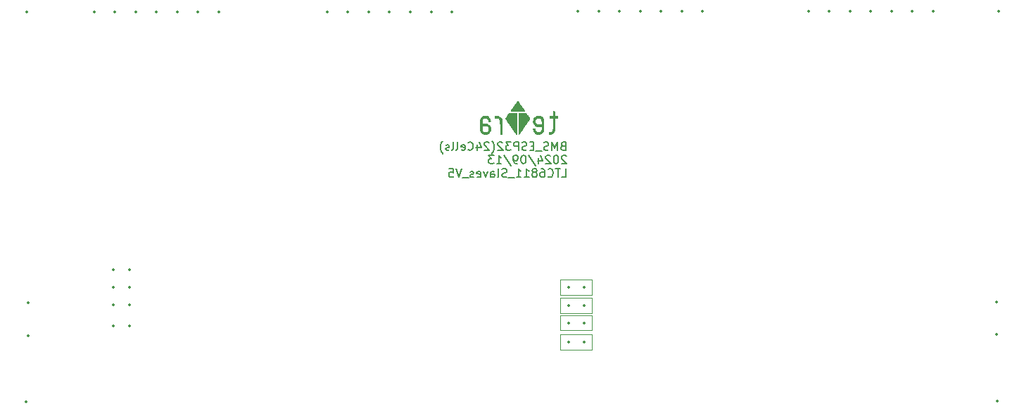
<source format=gbo>
%TF.GenerationSoftware,KiCad,Pcbnew,8.0.4*%
%TF.CreationDate,2024-09-13T16:34:39+09:00*%
%TF.ProjectId,LTC6811_ESP32_Slaves_V5,4c544336-3831-4315-9f45-535033325f53,rev?*%
%TF.SameCoordinates,Original*%
%TF.FileFunction,Legend,Bot*%
%TF.FilePolarity,Positive*%
%FSLAX46Y46*%
G04 Gerber Fmt 4.6, Leading zero omitted, Abs format (unit mm)*
G04 Created by KiCad (PCBNEW 8.0.4) date 2024-09-13 16:34:39*
%MOMM*%
%LPD*%
G01*
G04 APERTURE LIST*
%ADD10C,0.120000*%
%ADD11C,0.150000*%
%ADD12C,0.010000*%
%ADD13C,0.350000*%
G04 APERTURE END LIST*
D10*
X303300000Y-153500000D02*
X307100000Y-153500000D01*
X307100000Y-155300000D01*
X303300000Y-155300000D01*
X303300000Y-153500000D01*
X303300000Y-151300000D02*
X307100000Y-151300000D01*
X307100000Y-153100000D01*
X303300000Y-153100000D01*
X303300000Y-151300000D01*
X303300000Y-155600000D02*
X307100000Y-155600000D01*
X307100000Y-157400000D01*
X303300000Y-157400000D01*
X303300000Y-155600000D01*
X303300000Y-157900000D02*
X307100000Y-157900000D01*
X307100000Y-159700000D01*
X303300000Y-159700000D01*
X303300000Y-157900000D01*
D11*
X303629887Y-135176121D02*
X303487030Y-135223740D01*
X303487030Y-135223740D02*
X303439411Y-135271359D01*
X303439411Y-135271359D02*
X303391792Y-135366597D01*
X303391792Y-135366597D02*
X303391792Y-135509454D01*
X303391792Y-135509454D02*
X303439411Y-135604692D01*
X303439411Y-135604692D02*
X303487030Y-135652312D01*
X303487030Y-135652312D02*
X303582268Y-135699931D01*
X303582268Y-135699931D02*
X303963220Y-135699931D01*
X303963220Y-135699931D02*
X303963220Y-134699931D01*
X303963220Y-134699931D02*
X303629887Y-134699931D01*
X303629887Y-134699931D02*
X303534649Y-134747550D01*
X303534649Y-134747550D02*
X303487030Y-134795169D01*
X303487030Y-134795169D02*
X303439411Y-134890407D01*
X303439411Y-134890407D02*
X303439411Y-134985645D01*
X303439411Y-134985645D02*
X303487030Y-135080883D01*
X303487030Y-135080883D02*
X303534649Y-135128502D01*
X303534649Y-135128502D02*
X303629887Y-135176121D01*
X303629887Y-135176121D02*
X303963220Y-135176121D01*
X302963220Y-135699931D02*
X302963220Y-134699931D01*
X302963220Y-134699931D02*
X302629887Y-135414216D01*
X302629887Y-135414216D02*
X302296554Y-134699931D01*
X302296554Y-134699931D02*
X302296554Y-135699931D01*
X301867982Y-135652312D02*
X301725125Y-135699931D01*
X301725125Y-135699931D02*
X301487030Y-135699931D01*
X301487030Y-135699931D02*
X301391792Y-135652312D01*
X301391792Y-135652312D02*
X301344173Y-135604692D01*
X301344173Y-135604692D02*
X301296554Y-135509454D01*
X301296554Y-135509454D02*
X301296554Y-135414216D01*
X301296554Y-135414216D02*
X301344173Y-135318978D01*
X301344173Y-135318978D02*
X301391792Y-135271359D01*
X301391792Y-135271359D02*
X301487030Y-135223740D01*
X301487030Y-135223740D02*
X301677506Y-135176121D01*
X301677506Y-135176121D02*
X301772744Y-135128502D01*
X301772744Y-135128502D02*
X301820363Y-135080883D01*
X301820363Y-135080883D02*
X301867982Y-134985645D01*
X301867982Y-134985645D02*
X301867982Y-134890407D01*
X301867982Y-134890407D02*
X301820363Y-134795169D01*
X301820363Y-134795169D02*
X301772744Y-134747550D01*
X301772744Y-134747550D02*
X301677506Y-134699931D01*
X301677506Y-134699931D02*
X301439411Y-134699931D01*
X301439411Y-134699931D02*
X301296554Y-134747550D01*
X301106078Y-135795169D02*
X300344173Y-135795169D01*
X300106077Y-135176121D02*
X299772744Y-135176121D01*
X299629887Y-135699931D02*
X300106077Y-135699931D01*
X300106077Y-135699931D02*
X300106077Y-134699931D01*
X300106077Y-134699931D02*
X299629887Y-134699931D01*
X299248934Y-135652312D02*
X299106077Y-135699931D01*
X299106077Y-135699931D02*
X298867982Y-135699931D01*
X298867982Y-135699931D02*
X298772744Y-135652312D01*
X298772744Y-135652312D02*
X298725125Y-135604692D01*
X298725125Y-135604692D02*
X298677506Y-135509454D01*
X298677506Y-135509454D02*
X298677506Y-135414216D01*
X298677506Y-135414216D02*
X298725125Y-135318978D01*
X298725125Y-135318978D02*
X298772744Y-135271359D01*
X298772744Y-135271359D02*
X298867982Y-135223740D01*
X298867982Y-135223740D02*
X299058458Y-135176121D01*
X299058458Y-135176121D02*
X299153696Y-135128502D01*
X299153696Y-135128502D02*
X299201315Y-135080883D01*
X299201315Y-135080883D02*
X299248934Y-134985645D01*
X299248934Y-134985645D02*
X299248934Y-134890407D01*
X299248934Y-134890407D02*
X299201315Y-134795169D01*
X299201315Y-134795169D02*
X299153696Y-134747550D01*
X299153696Y-134747550D02*
X299058458Y-134699931D01*
X299058458Y-134699931D02*
X298820363Y-134699931D01*
X298820363Y-134699931D02*
X298677506Y-134747550D01*
X298248934Y-135699931D02*
X298248934Y-134699931D01*
X298248934Y-134699931D02*
X297867982Y-134699931D01*
X297867982Y-134699931D02*
X297772744Y-134747550D01*
X297772744Y-134747550D02*
X297725125Y-134795169D01*
X297725125Y-134795169D02*
X297677506Y-134890407D01*
X297677506Y-134890407D02*
X297677506Y-135033264D01*
X297677506Y-135033264D02*
X297725125Y-135128502D01*
X297725125Y-135128502D02*
X297772744Y-135176121D01*
X297772744Y-135176121D02*
X297867982Y-135223740D01*
X297867982Y-135223740D02*
X298248934Y-135223740D01*
X297344172Y-134699931D02*
X296725125Y-134699931D01*
X296725125Y-134699931D02*
X297058458Y-135080883D01*
X297058458Y-135080883D02*
X296915601Y-135080883D01*
X296915601Y-135080883D02*
X296820363Y-135128502D01*
X296820363Y-135128502D02*
X296772744Y-135176121D01*
X296772744Y-135176121D02*
X296725125Y-135271359D01*
X296725125Y-135271359D02*
X296725125Y-135509454D01*
X296725125Y-135509454D02*
X296772744Y-135604692D01*
X296772744Y-135604692D02*
X296820363Y-135652312D01*
X296820363Y-135652312D02*
X296915601Y-135699931D01*
X296915601Y-135699931D02*
X297201315Y-135699931D01*
X297201315Y-135699931D02*
X297296553Y-135652312D01*
X297296553Y-135652312D02*
X297344172Y-135604692D01*
X296344172Y-134795169D02*
X296296553Y-134747550D01*
X296296553Y-134747550D02*
X296201315Y-134699931D01*
X296201315Y-134699931D02*
X295963220Y-134699931D01*
X295963220Y-134699931D02*
X295867982Y-134747550D01*
X295867982Y-134747550D02*
X295820363Y-134795169D01*
X295820363Y-134795169D02*
X295772744Y-134890407D01*
X295772744Y-134890407D02*
X295772744Y-134985645D01*
X295772744Y-134985645D02*
X295820363Y-135128502D01*
X295820363Y-135128502D02*
X296391791Y-135699931D01*
X296391791Y-135699931D02*
X295772744Y-135699931D01*
X295058458Y-136080883D02*
X295106077Y-136033264D01*
X295106077Y-136033264D02*
X295201315Y-135890407D01*
X295201315Y-135890407D02*
X295248934Y-135795169D01*
X295248934Y-135795169D02*
X295296553Y-135652312D01*
X295296553Y-135652312D02*
X295344172Y-135414216D01*
X295344172Y-135414216D02*
X295344172Y-135223740D01*
X295344172Y-135223740D02*
X295296553Y-134985645D01*
X295296553Y-134985645D02*
X295248934Y-134842788D01*
X295248934Y-134842788D02*
X295201315Y-134747550D01*
X295201315Y-134747550D02*
X295106077Y-134604692D01*
X295106077Y-134604692D02*
X295058458Y-134557073D01*
X294725124Y-134795169D02*
X294677505Y-134747550D01*
X294677505Y-134747550D02*
X294582267Y-134699931D01*
X294582267Y-134699931D02*
X294344172Y-134699931D01*
X294344172Y-134699931D02*
X294248934Y-134747550D01*
X294248934Y-134747550D02*
X294201315Y-134795169D01*
X294201315Y-134795169D02*
X294153696Y-134890407D01*
X294153696Y-134890407D02*
X294153696Y-134985645D01*
X294153696Y-134985645D02*
X294201315Y-135128502D01*
X294201315Y-135128502D02*
X294772743Y-135699931D01*
X294772743Y-135699931D02*
X294153696Y-135699931D01*
X293296553Y-135033264D02*
X293296553Y-135699931D01*
X293534648Y-134652312D02*
X293772743Y-135366597D01*
X293772743Y-135366597D02*
X293153696Y-135366597D01*
X292201315Y-135604692D02*
X292248934Y-135652312D01*
X292248934Y-135652312D02*
X292391791Y-135699931D01*
X292391791Y-135699931D02*
X292487029Y-135699931D01*
X292487029Y-135699931D02*
X292629886Y-135652312D01*
X292629886Y-135652312D02*
X292725124Y-135557073D01*
X292725124Y-135557073D02*
X292772743Y-135461835D01*
X292772743Y-135461835D02*
X292820362Y-135271359D01*
X292820362Y-135271359D02*
X292820362Y-135128502D01*
X292820362Y-135128502D02*
X292772743Y-134938026D01*
X292772743Y-134938026D02*
X292725124Y-134842788D01*
X292725124Y-134842788D02*
X292629886Y-134747550D01*
X292629886Y-134747550D02*
X292487029Y-134699931D01*
X292487029Y-134699931D02*
X292391791Y-134699931D01*
X292391791Y-134699931D02*
X292248934Y-134747550D01*
X292248934Y-134747550D02*
X292201315Y-134795169D01*
X291391791Y-135652312D02*
X291487029Y-135699931D01*
X291487029Y-135699931D02*
X291677505Y-135699931D01*
X291677505Y-135699931D02*
X291772743Y-135652312D01*
X291772743Y-135652312D02*
X291820362Y-135557073D01*
X291820362Y-135557073D02*
X291820362Y-135176121D01*
X291820362Y-135176121D02*
X291772743Y-135080883D01*
X291772743Y-135080883D02*
X291677505Y-135033264D01*
X291677505Y-135033264D02*
X291487029Y-135033264D01*
X291487029Y-135033264D02*
X291391791Y-135080883D01*
X291391791Y-135080883D02*
X291344172Y-135176121D01*
X291344172Y-135176121D02*
X291344172Y-135271359D01*
X291344172Y-135271359D02*
X291820362Y-135366597D01*
X290772743Y-135699931D02*
X290867981Y-135652312D01*
X290867981Y-135652312D02*
X290915600Y-135557073D01*
X290915600Y-135557073D02*
X290915600Y-134699931D01*
X290248933Y-135699931D02*
X290344171Y-135652312D01*
X290344171Y-135652312D02*
X290391790Y-135557073D01*
X290391790Y-135557073D02*
X290391790Y-134699931D01*
X289915599Y-135652312D02*
X289820361Y-135699931D01*
X289820361Y-135699931D02*
X289629885Y-135699931D01*
X289629885Y-135699931D02*
X289534647Y-135652312D01*
X289534647Y-135652312D02*
X289487028Y-135557073D01*
X289487028Y-135557073D02*
X289487028Y-135509454D01*
X289487028Y-135509454D02*
X289534647Y-135414216D01*
X289534647Y-135414216D02*
X289629885Y-135366597D01*
X289629885Y-135366597D02*
X289772742Y-135366597D01*
X289772742Y-135366597D02*
X289867980Y-135318978D01*
X289867980Y-135318978D02*
X289915599Y-135223740D01*
X289915599Y-135223740D02*
X289915599Y-135176121D01*
X289915599Y-135176121D02*
X289867980Y-135080883D01*
X289867980Y-135080883D02*
X289772742Y-135033264D01*
X289772742Y-135033264D02*
X289629885Y-135033264D01*
X289629885Y-135033264D02*
X289534647Y-135080883D01*
X289153694Y-136080883D02*
X289106075Y-136033264D01*
X289106075Y-136033264D02*
X289010837Y-135890407D01*
X289010837Y-135890407D02*
X288963218Y-135795169D01*
X288963218Y-135795169D02*
X288915599Y-135652312D01*
X288915599Y-135652312D02*
X288867980Y-135414216D01*
X288867980Y-135414216D02*
X288867980Y-135223740D01*
X288867980Y-135223740D02*
X288915599Y-134985645D01*
X288915599Y-134985645D02*
X288963218Y-134842788D01*
X288963218Y-134842788D02*
X289010837Y-134747550D01*
X289010837Y-134747550D02*
X289106075Y-134604692D01*
X289106075Y-134604692D02*
X289153694Y-134557073D01*
X304010839Y-136405113D02*
X303963220Y-136357494D01*
X303963220Y-136357494D02*
X303867982Y-136309875D01*
X303867982Y-136309875D02*
X303629887Y-136309875D01*
X303629887Y-136309875D02*
X303534649Y-136357494D01*
X303534649Y-136357494D02*
X303487030Y-136405113D01*
X303487030Y-136405113D02*
X303439411Y-136500351D01*
X303439411Y-136500351D02*
X303439411Y-136595589D01*
X303439411Y-136595589D02*
X303487030Y-136738446D01*
X303487030Y-136738446D02*
X304058458Y-137309875D01*
X304058458Y-137309875D02*
X303439411Y-137309875D01*
X302820363Y-136309875D02*
X302725125Y-136309875D01*
X302725125Y-136309875D02*
X302629887Y-136357494D01*
X302629887Y-136357494D02*
X302582268Y-136405113D01*
X302582268Y-136405113D02*
X302534649Y-136500351D01*
X302534649Y-136500351D02*
X302487030Y-136690827D01*
X302487030Y-136690827D02*
X302487030Y-136928922D01*
X302487030Y-136928922D02*
X302534649Y-137119398D01*
X302534649Y-137119398D02*
X302582268Y-137214636D01*
X302582268Y-137214636D02*
X302629887Y-137262256D01*
X302629887Y-137262256D02*
X302725125Y-137309875D01*
X302725125Y-137309875D02*
X302820363Y-137309875D01*
X302820363Y-137309875D02*
X302915601Y-137262256D01*
X302915601Y-137262256D02*
X302963220Y-137214636D01*
X302963220Y-137214636D02*
X303010839Y-137119398D01*
X303010839Y-137119398D02*
X303058458Y-136928922D01*
X303058458Y-136928922D02*
X303058458Y-136690827D01*
X303058458Y-136690827D02*
X303010839Y-136500351D01*
X303010839Y-136500351D02*
X302963220Y-136405113D01*
X302963220Y-136405113D02*
X302915601Y-136357494D01*
X302915601Y-136357494D02*
X302820363Y-136309875D01*
X302106077Y-136405113D02*
X302058458Y-136357494D01*
X302058458Y-136357494D02*
X301963220Y-136309875D01*
X301963220Y-136309875D02*
X301725125Y-136309875D01*
X301725125Y-136309875D02*
X301629887Y-136357494D01*
X301629887Y-136357494D02*
X301582268Y-136405113D01*
X301582268Y-136405113D02*
X301534649Y-136500351D01*
X301534649Y-136500351D02*
X301534649Y-136595589D01*
X301534649Y-136595589D02*
X301582268Y-136738446D01*
X301582268Y-136738446D02*
X302153696Y-137309875D01*
X302153696Y-137309875D02*
X301534649Y-137309875D01*
X300677506Y-136643208D02*
X300677506Y-137309875D01*
X300915601Y-136262256D02*
X301153696Y-136976541D01*
X301153696Y-136976541D02*
X300534649Y-136976541D01*
X299439411Y-136262256D02*
X300296553Y-137547970D01*
X298915601Y-136309875D02*
X298820363Y-136309875D01*
X298820363Y-136309875D02*
X298725125Y-136357494D01*
X298725125Y-136357494D02*
X298677506Y-136405113D01*
X298677506Y-136405113D02*
X298629887Y-136500351D01*
X298629887Y-136500351D02*
X298582268Y-136690827D01*
X298582268Y-136690827D02*
X298582268Y-136928922D01*
X298582268Y-136928922D02*
X298629887Y-137119398D01*
X298629887Y-137119398D02*
X298677506Y-137214636D01*
X298677506Y-137214636D02*
X298725125Y-137262256D01*
X298725125Y-137262256D02*
X298820363Y-137309875D01*
X298820363Y-137309875D02*
X298915601Y-137309875D01*
X298915601Y-137309875D02*
X299010839Y-137262256D01*
X299010839Y-137262256D02*
X299058458Y-137214636D01*
X299058458Y-137214636D02*
X299106077Y-137119398D01*
X299106077Y-137119398D02*
X299153696Y-136928922D01*
X299153696Y-136928922D02*
X299153696Y-136690827D01*
X299153696Y-136690827D02*
X299106077Y-136500351D01*
X299106077Y-136500351D02*
X299058458Y-136405113D01*
X299058458Y-136405113D02*
X299010839Y-136357494D01*
X299010839Y-136357494D02*
X298915601Y-136309875D01*
X298106077Y-137309875D02*
X297915601Y-137309875D01*
X297915601Y-137309875D02*
X297820363Y-137262256D01*
X297820363Y-137262256D02*
X297772744Y-137214636D01*
X297772744Y-137214636D02*
X297677506Y-137071779D01*
X297677506Y-137071779D02*
X297629887Y-136881303D01*
X297629887Y-136881303D02*
X297629887Y-136500351D01*
X297629887Y-136500351D02*
X297677506Y-136405113D01*
X297677506Y-136405113D02*
X297725125Y-136357494D01*
X297725125Y-136357494D02*
X297820363Y-136309875D01*
X297820363Y-136309875D02*
X298010839Y-136309875D01*
X298010839Y-136309875D02*
X298106077Y-136357494D01*
X298106077Y-136357494D02*
X298153696Y-136405113D01*
X298153696Y-136405113D02*
X298201315Y-136500351D01*
X298201315Y-136500351D02*
X298201315Y-136738446D01*
X298201315Y-136738446D02*
X298153696Y-136833684D01*
X298153696Y-136833684D02*
X298106077Y-136881303D01*
X298106077Y-136881303D02*
X298010839Y-136928922D01*
X298010839Y-136928922D02*
X297820363Y-136928922D01*
X297820363Y-136928922D02*
X297725125Y-136881303D01*
X297725125Y-136881303D02*
X297677506Y-136833684D01*
X297677506Y-136833684D02*
X297629887Y-136738446D01*
X296487030Y-136262256D02*
X297344172Y-137547970D01*
X295629887Y-137309875D02*
X296201315Y-137309875D01*
X295915601Y-137309875D02*
X295915601Y-136309875D01*
X295915601Y-136309875D02*
X296010839Y-136452732D01*
X296010839Y-136452732D02*
X296106077Y-136547970D01*
X296106077Y-136547970D02*
X296201315Y-136595589D01*
X295296553Y-136309875D02*
X294677506Y-136309875D01*
X294677506Y-136309875D02*
X295010839Y-136690827D01*
X295010839Y-136690827D02*
X294867982Y-136690827D01*
X294867982Y-136690827D02*
X294772744Y-136738446D01*
X294772744Y-136738446D02*
X294725125Y-136786065D01*
X294725125Y-136786065D02*
X294677506Y-136881303D01*
X294677506Y-136881303D02*
X294677506Y-137119398D01*
X294677506Y-137119398D02*
X294725125Y-137214636D01*
X294725125Y-137214636D02*
X294772744Y-137262256D01*
X294772744Y-137262256D02*
X294867982Y-137309875D01*
X294867982Y-137309875D02*
X295153696Y-137309875D01*
X295153696Y-137309875D02*
X295248934Y-137262256D01*
X295248934Y-137262256D02*
X295296553Y-137214636D01*
X303487030Y-138919819D02*
X303963220Y-138919819D01*
X303963220Y-138919819D02*
X303963220Y-137919819D01*
X303296553Y-137919819D02*
X302725125Y-137919819D01*
X303010839Y-138919819D02*
X303010839Y-137919819D01*
X301820363Y-138824580D02*
X301867982Y-138872200D01*
X301867982Y-138872200D02*
X302010839Y-138919819D01*
X302010839Y-138919819D02*
X302106077Y-138919819D01*
X302106077Y-138919819D02*
X302248934Y-138872200D01*
X302248934Y-138872200D02*
X302344172Y-138776961D01*
X302344172Y-138776961D02*
X302391791Y-138681723D01*
X302391791Y-138681723D02*
X302439410Y-138491247D01*
X302439410Y-138491247D02*
X302439410Y-138348390D01*
X302439410Y-138348390D02*
X302391791Y-138157914D01*
X302391791Y-138157914D02*
X302344172Y-138062676D01*
X302344172Y-138062676D02*
X302248934Y-137967438D01*
X302248934Y-137967438D02*
X302106077Y-137919819D01*
X302106077Y-137919819D02*
X302010839Y-137919819D01*
X302010839Y-137919819D02*
X301867982Y-137967438D01*
X301867982Y-137967438D02*
X301820363Y-138015057D01*
X300963220Y-137919819D02*
X301153696Y-137919819D01*
X301153696Y-137919819D02*
X301248934Y-137967438D01*
X301248934Y-137967438D02*
X301296553Y-138015057D01*
X301296553Y-138015057D02*
X301391791Y-138157914D01*
X301391791Y-138157914D02*
X301439410Y-138348390D01*
X301439410Y-138348390D02*
X301439410Y-138729342D01*
X301439410Y-138729342D02*
X301391791Y-138824580D01*
X301391791Y-138824580D02*
X301344172Y-138872200D01*
X301344172Y-138872200D02*
X301248934Y-138919819D01*
X301248934Y-138919819D02*
X301058458Y-138919819D01*
X301058458Y-138919819D02*
X300963220Y-138872200D01*
X300963220Y-138872200D02*
X300915601Y-138824580D01*
X300915601Y-138824580D02*
X300867982Y-138729342D01*
X300867982Y-138729342D02*
X300867982Y-138491247D01*
X300867982Y-138491247D02*
X300915601Y-138396009D01*
X300915601Y-138396009D02*
X300963220Y-138348390D01*
X300963220Y-138348390D02*
X301058458Y-138300771D01*
X301058458Y-138300771D02*
X301248934Y-138300771D01*
X301248934Y-138300771D02*
X301344172Y-138348390D01*
X301344172Y-138348390D02*
X301391791Y-138396009D01*
X301391791Y-138396009D02*
X301439410Y-138491247D01*
X300296553Y-138348390D02*
X300391791Y-138300771D01*
X300391791Y-138300771D02*
X300439410Y-138253152D01*
X300439410Y-138253152D02*
X300487029Y-138157914D01*
X300487029Y-138157914D02*
X300487029Y-138110295D01*
X300487029Y-138110295D02*
X300439410Y-138015057D01*
X300439410Y-138015057D02*
X300391791Y-137967438D01*
X300391791Y-137967438D02*
X300296553Y-137919819D01*
X300296553Y-137919819D02*
X300106077Y-137919819D01*
X300106077Y-137919819D02*
X300010839Y-137967438D01*
X300010839Y-137967438D02*
X299963220Y-138015057D01*
X299963220Y-138015057D02*
X299915601Y-138110295D01*
X299915601Y-138110295D02*
X299915601Y-138157914D01*
X299915601Y-138157914D02*
X299963220Y-138253152D01*
X299963220Y-138253152D02*
X300010839Y-138300771D01*
X300010839Y-138300771D02*
X300106077Y-138348390D01*
X300106077Y-138348390D02*
X300296553Y-138348390D01*
X300296553Y-138348390D02*
X300391791Y-138396009D01*
X300391791Y-138396009D02*
X300439410Y-138443628D01*
X300439410Y-138443628D02*
X300487029Y-138538866D01*
X300487029Y-138538866D02*
X300487029Y-138729342D01*
X300487029Y-138729342D02*
X300439410Y-138824580D01*
X300439410Y-138824580D02*
X300391791Y-138872200D01*
X300391791Y-138872200D02*
X300296553Y-138919819D01*
X300296553Y-138919819D02*
X300106077Y-138919819D01*
X300106077Y-138919819D02*
X300010839Y-138872200D01*
X300010839Y-138872200D02*
X299963220Y-138824580D01*
X299963220Y-138824580D02*
X299915601Y-138729342D01*
X299915601Y-138729342D02*
X299915601Y-138538866D01*
X299915601Y-138538866D02*
X299963220Y-138443628D01*
X299963220Y-138443628D02*
X300010839Y-138396009D01*
X300010839Y-138396009D02*
X300106077Y-138348390D01*
X298963220Y-138919819D02*
X299534648Y-138919819D01*
X299248934Y-138919819D02*
X299248934Y-137919819D01*
X299248934Y-137919819D02*
X299344172Y-138062676D01*
X299344172Y-138062676D02*
X299439410Y-138157914D01*
X299439410Y-138157914D02*
X299534648Y-138205533D01*
X298010839Y-138919819D02*
X298582267Y-138919819D01*
X298296553Y-138919819D02*
X298296553Y-137919819D01*
X298296553Y-137919819D02*
X298391791Y-138062676D01*
X298391791Y-138062676D02*
X298487029Y-138157914D01*
X298487029Y-138157914D02*
X298582267Y-138205533D01*
X297820363Y-139015057D02*
X297058458Y-139015057D01*
X296867981Y-138872200D02*
X296725124Y-138919819D01*
X296725124Y-138919819D02*
X296487029Y-138919819D01*
X296487029Y-138919819D02*
X296391791Y-138872200D01*
X296391791Y-138872200D02*
X296344172Y-138824580D01*
X296344172Y-138824580D02*
X296296553Y-138729342D01*
X296296553Y-138729342D02*
X296296553Y-138634104D01*
X296296553Y-138634104D02*
X296344172Y-138538866D01*
X296344172Y-138538866D02*
X296391791Y-138491247D01*
X296391791Y-138491247D02*
X296487029Y-138443628D01*
X296487029Y-138443628D02*
X296677505Y-138396009D01*
X296677505Y-138396009D02*
X296772743Y-138348390D01*
X296772743Y-138348390D02*
X296820362Y-138300771D01*
X296820362Y-138300771D02*
X296867981Y-138205533D01*
X296867981Y-138205533D02*
X296867981Y-138110295D01*
X296867981Y-138110295D02*
X296820362Y-138015057D01*
X296820362Y-138015057D02*
X296772743Y-137967438D01*
X296772743Y-137967438D02*
X296677505Y-137919819D01*
X296677505Y-137919819D02*
X296439410Y-137919819D01*
X296439410Y-137919819D02*
X296296553Y-137967438D01*
X295725124Y-138919819D02*
X295820362Y-138872200D01*
X295820362Y-138872200D02*
X295867981Y-138776961D01*
X295867981Y-138776961D02*
X295867981Y-137919819D01*
X294915600Y-138919819D02*
X294915600Y-138396009D01*
X294915600Y-138396009D02*
X294963219Y-138300771D01*
X294963219Y-138300771D02*
X295058457Y-138253152D01*
X295058457Y-138253152D02*
X295248933Y-138253152D01*
X295248933Y-138253152D02*
X295344171Y-138300771D01*
X294915600Y-138872200D02*
X295010838Y-138919819D01*
X295010838Y-138919819D02*
X295248933Y-138919819D01*
X295248933Y-138919819D02*
X295344171Y-138872200D01*
X295344171Y-138872200D02*
X295391790Y-138776961D01*
X295391790Y-138776961D02*
X295391790Y-138681723D01*
X295391790Y-138681723D02*
X295344171Y-138586485D01*
X295344171Y-138586485D02*
X295248933Y-138538866D01*
X295248933Y-138538866D02*
X295010838Y-138538866D01*
X295010838Y-138538866D02*
X294915600Y-138491247D01*
X294534647Y-138253152D02*
X294296552Y-138919819D01*
X294296552Y-138919819D02*
X294058457Y-138253152D01*
X293296552Y-138872200D02*
X293391790Y-138919819D01*
X293391790Y-138919819D02*
X293582266Y-138919819D01*
X293582266Y-138919819D02*
X293677504Y-138872200D01*
X293677504Y-138872200D02*
X293725123Y-138776961D01*
X293725123Y-138776961D02*
X293725123Y-138396009D01*
X293725123Y-138396009D02*
X293677504Y-138300771D01*
X293677504Y-138300771D02*
X293582266Y-138253152D01*
X293582266Y-138253152D02*
X293391790Y-138253152D01*
X293391790Y-138253152D02*
X293296552Y-138300771D01*
X293296552Y-138300771D02*
X293248933Y-138396009D01*
X293248933Y-138396009D02*
X293248933Y-138491247D01*
X293248933Y-138491247D02*
X293725123Y-138586485D01*
X292867980Y-138872200D02*
X292772742Y-138919819D01*
X292772742Y-138919819D02*
X292582266Y-138919819D01*
X292582266Y-138919819D02*
X292487028Y-138872200D01*
X292487028Y-138872200D02*
X292439409Y-138776961D01*
X292439409Y-138776961D02*
X292439409Y-138729342D01*
X292439409Y-138729342D02*
X292487028Y-138634104D01*
X292487028Y-138634104D02*
X292582266Y-138586485D01*
X292582266Y-138586485D02*
X292725123Y-138586485D01*
X292725123Y-138586485D02*
X292820361Y-138538866D01*
X292820361Y-138538866D02*
X292867980Y-138443628D01*
X292867980Y-138443628D02*
X292867980Y-138396009D01*
X292867980Y-138396009D02*
X292820361Y-138300771D01*
X292820361Y-138300771D02*
X292725123Y-138253152D01*
X292725123Y-138253152D02*
X292582266Y-138253152D01*
X292582266Y-138253152D02*
X292487028Y-138300771D01*
X292248933Y-139015057D02*
X291487028Y-139015057D01*
X291391789Y-137919819D02*
X291058456Y-138919819D01*
X291058456Y-138919819D02*
X290725123Y-137919819D01*
X289915599Y-137919819D02*
X290391789Y-137919819D01*
X290391789Y-137919819D02*
X290439408Y-138396009D01*
X290439408Y-138396009D02*
X290391789Y-138348390D01*
X290391789Y-138348390D02*
X290296551Y-138300771D01*
X290296551Y-138300771D02*
X290058456Y-138300771D01*
X290058456Y-138300771D02*
X289963218Y-138348390D01*
X289963218Y-138348390D02*
X289915599Y-138396009D01*
X289915599Y-138396009D02*
X289867980Y-138491247D01*
X289867980Y-138491247D02*
X289867980Y-138729342D01*
X289867980Y-138729342D02*
X289915599Y-138824580D01*
X289915599Y-138824580D02*
X289963218Y-138872200D01*
X289963218Y-138872200D02*
X290058456Y-138919819D01*
X290058456Y-138919819D02*
X290296551Y-138919819D01*
X290296551Y-138919819D02*
X290391789Y-138872200D01*
X290391789Y-138872200D02*
X290439408Y-138824580D01*
D12*
%TO.C,LOGO2*%
X299347370Y-131460667D02*
X299362067Y-131481827D01*
X299404862Y-131543770D01*
X299444759Y-131601996D01*
X299480621Y-131654812D01*
X299511311Y-131700528D01*
X299535690Y-131737453D01*
X299552621Y-131763896D01*
X299560967Y-131778167D01*
X299566447Y-131791550D01*
X299575586Y-131833014D01*
X299576565Y-131876718D01*
X299568904Y-131914411D01*
X299568078Y-131916018D01*
X299559359Y-131929965D01*
X299541793Y-131956756D01*
X299515951Y-131995552D01*
X299482403Y-132045512D01*
X299441718Y-132105797D01*
X299394467Y-132175568D01*
X299341219Y-132253983D01*
X299282546Y-132340204D01*
X299219016Y-132433390D01*
X299151200Y-132532702D01*
X299079668Y-132637300D01*
X299004990Y-132746345D01*
X298927736Y-132858996D01*
X298900912Y-132898074D01*
X298824659Y-133009071D01*
X298751197Y-133115868D01*
X298681091Y-133217650D01*
X298614904Y-133313604D01*
X298553203Y-133402915D01*
X298496551Y-133484769D01*
X298445512Y-133558351D01*
X298400653Y-133622847D01*
X298362537Y-133677442D01*
X298331729Y-133721323D01*
X298308793Y-133753675D01*
X298294295Y-133773683D01*
X298288798Y-133780533D01*
X298288591Y-133779896D01*
X298287853Y-133767089D01*
X298287140Y-133738524D01*
X298286456Y-133695126D01*
X298285808Y-133637815D01*
X298285199Y-133567515D01*
X298284634Y-133485149D01*
X298284117Y-133391639D01*
X298283655Y-133287908D01*
X298283250Y-133174878D01*
X298282909Y-133053471D01*
X298282635Y-132924612D01*
X298282434Y-132789221D01*
X298282309Y-132648223D01*
X298282267Y-132502539D01*
X298282267Y-131224544D01*
X298302695Y-131200789D01*
X298323123Y-131177033D01*
X299150100Y-131177033D01*
X299347370Y-131460667D01*
G36*
X299347370Y-131460667D02*
G01*
X299362067Y-131481827D01*
X299404862Y-131543770D01*
X299444759Y-131601996D01*
X299480621Y-131654812D01*
X299511311Y-131700528D01*
X299535690Y-131737453D01*
X299552621Y-131763896D01*
X299560967Y-131778167D01*
X299566447Y-131791550D01*
X299575586Y-131833014D01*
X299576565Y-131876718D01*
X299568904Y-131914411D01*
X299568078Y-131916018D01*
X299559359Y-131929965D01*
X299541793Y-131956756D01*
X299515951Y-131995552D01*
X299482403Y-132045512D01*
X299441718Y-132105797D01*
X299394467Y-132175568D01*
X299341219Y-132253983D01*
X299282546Y-132340204D01*
X299219016Y-132433390D01*
X299151200Y-132532702D01*
X299079668Y-132637300D01*
X299004990Y-132746345D01*
X298927736Y-132858996D01*
X298900912Y-132898074D01*
X298824659Y-133009071D01*
X298751197Y-133115868D01*
X298681091Y-133217650D01*
X298614904Y-133313604D01*
X298553203Y-133402915D01*
X298496551Y-133484769D01*
X298445512Y-133558351D01*
X298400653Y-133622847D01*
X298362537Y-133677442D01*
X298331729Y-133721323D01*
X298308793Y-133753675D01*
X298294295Y-133773683D01*
X298288798Y-133780533D01*
X298288591Y-133779896D01*
X298287853Y-133767089D01*
X298287140Y-133738524D01*
X298286456Y-133695126D01*
X298285808Y-133637815D01*
X298285199Y-133567515D01*
X298284634Y-133485149D01*
X298284117Y-133391639D01*
X298283655Y-133287908D01*
X298283250Y-133174878D01*
X298282909Y-133053471D01*
X298282635Y-132924612D01*
X298282434Y-132789221D01*
X298282309Y-132648223D01*
X298282267Y-132502539D01*
X298282267Y-131224544D01*
X298302695Y-131200789D01*
X298323123Y-131177033D01*
X299150100Y-131177033D01*
X299347370Y-131460667D01*
G37*
X298188971Y-129784179D02*
X298191046Y-129786302D01*
X298202003Y-129800444D01*
X298221194Y-129826657D01*
X298247727Y-129863654D01*
X298280711Y-129910146D01*
X298319255Y-129964846D01*
X298362466Y-130026465D01*
X298409454Y-130093715D01*
X298459327Y-130165307D01*
X298511193Y-130239953D01*
X298564162Y-130316365D01*
X298617341Y-130393255D01*
X298669839Y-130469335D01*
X298720765Y-130543316D01*
X298769226Y-130613909D01*
X298814333Y-130679828D01*
X298855193Y-130739783D01*
X298890914Y-130792486D01*
X298920606Y-130836649D01*
X298943377Y-130870983D01*
X298958335Y-130894201D01*
X298964589Y-130905015D01*
X298964785Y-130906535D01*
X298963046Y-130908651D01*
X298957975Y-130910510D01*
X298948601Y-130912130D01*
X298933952Y-130913525D01*
X298913056Y-130914714D01*
X298884942Y-130915711D01*
X298848638Y-130916534D01*
X298803173Y-130917199D01*
X298747576Y-130917722D01*
X298680874Y-130918119D01*
X298602097Y-130918408D01*
X298510272Y-130918604D01*
X298404429Y-130918724D01*
X298283596Y-130918784D01*
X298146800Y-130918800D01*
X298088578Y-130918797D01*
X297958247Y-130918761D01*
X297843487Y-130918672D01*
X297743330Y-130918512D01*
X297656812Y-130918268D01*
X297582965Y-130917923D01*
X297520824Y-130917460D01*
X297469421Y-130916865D01*
X297427791Y-130916121D01*
X297394968Y-130915214D01*
X297369985Y-130914126D01*
X297351876Y-130912842D01*
X297339674Y-130911346D01*
X297332414Y-130909624D01*
X297329128Y-130907658D01*
X297328851Y-130905432D01*
X297330250Y-130902723D01*
X297340123Y-130886942D01*
X297358415Y-130859242D01*
X297384227Y-130820916D01*
X297416655Y-130773257D01*
X297454800Y-130717559D01*
X297497760Y-130655116D01*
X297544634Y-130587219D01*
X297594521Y-130515164D01*
X297646519Y-130440242D01*
X297699728Y-130363747D01*
X297753247Y-130286973D01*
X297806173Y-130211213D01*
X297857607Y-130137760D01*
X297906647Y-130067908D01*
X297952391Y-130002949D01*
X297993939Y-129944177D01*
X298030389Y-129892886D01*
X298060841Y-129850368D01*
X298084393Y-129817918D01*
X298100144Y-129796827D01*
X298107193Y-129788390D01*
X298127748Y-129779274D01*
X298159730Y-129776411D01*
X298188971Y-129784179D01*
G36*
X298188971Y-129784179D02*
G01*
X298191046Y-129786302D01*
X298202003Y-129800444D01*
X298221194Y-129826657D01*
X298247727Y-129863654D01*
X298280711Y-129910146D01*
X298319255Y-129964846D01*
X298362466Y-130026465D01*
X298409454Y-130093715D01*
X298459327Y-130165307D01*
X298511193Y-130239953D01*
X298564162Y-130316365D01*
X298617341Y-130393255D01*
X298669839Y-130469335D01*
X298720765Y-130543316D01*
X298769226Y-130613909D01*
X298814333Y-130679828D01*
X298855193Y-130739783D01*
X298890914Y-130792486D01*
X298920606Y-130836649D01*
X298943377Y-130870983D01*
X298958335Y-130894201D01*
X298964589Y-130905015D01*
X298964785Y-130906535D01*
X298963046Y-130908651D01*
X298957975Y-130910510D01*
X298948601Y-130912130D01*
X298933952Y-130913525D01*
X298913056Y-130914714D01*
X298884942Y-130915711D01*
X298848638Y-130916534D01*
X298803173Y-130917199D01*
X298747576Y-130917722D01*
X298680874Y-130918119D01*
X298602097Y-130918408D01*
X298510272Y-130918604D01*
X298404429Y-130918724D01*
X298283596Y-130918784D01*
X298146800Y-130918800D01*
X298088578Y-130918797D01*
X297958247Y-130918761D01*
X297843487Y-130918672D01*
X297743330Y-130918512D01*
X297656812Y-130918268D01*
X297582965Y-130917923D01*
X297520824Y-130917460D01*
X297469421Y-130916865D01*
X297427791Y-130916121D01*
X297394968Y-130915214D01*
X297369985Y-130914126D01*
X297351876Y-130912842D01*
X297339674Y-130911346D01*
X297332414Y-130909624D01*
X297329128Y-130907658D01*
X297328851Y-130905432D01*
X297330250Y-130902723D01*
X297340123Y-130886942D01*
X297358415Y-130859242D01*
X297384227Y-130820916D01*
X297416655Y-130773257D01*
X297454800Y-130717559D01*
X297497760Y-130655116D01*
X297544634Y-130587219D01*
X297594521Y-130515164D01*
X297646519Y-130440242D01*
X297699728Y-130363747D01*
X297753247Y-130286973D01*
X297806173Y-130211213D01*
X297857607Y-130137760D01*
X297906647Y-130067908D01*
X297952391Y-130002949D01*
X297993939Y-129944177D01*
X298030389Y-129892886D01*
X298060841Y-129850368D01*
X298084393Y-129817918D01*
X298100144Y-129796827D01*
X298107193Y-129788390D01*
X298127748Y-129779274D01*
X298159730Y-129776411D01*
X298188971Y-129784179D01*
G37*
X297584853Y-131181296D02*
X297677311Y-131181606D01*
X297758914Y-131182240D01*
X297828651Y-131183176D01*
X297885507Y-131184395D01*
X297928471Y-131185878D01*
X297956528Y-131187604D01*
X297968666Y-131189554D01*
X297968970Y-131189721D01*
X297982512Y-131203519D01*
X297993510Y-131224685D01*
X297994483Y-131230229D01*
X297995796Y-131248053D01*
X297996986Y-131277809D01*
X297998058Y-131319913D01*
X297999012Y-131374781D01*
X297999854Y-131442832D01*
X298000585Y-131524481D01*
X298001208Y-131620145D01*
X298001728Y-131730242D01*
X298002146Y-131855187D01*
X298002466Y-131995399D01*
X298002691Y-132151293D01*
X298002823Y-132323287D01*
X298002867Y-132511797D01*
X298002866Y-132537522D01*
X298002809Y-132681417D01*
X298002673Y-132820456D01*
X298002462Y-132953709D01*
X298002180Y-133080248D01*
X298001832Y-133199143D01*
X298001424Y-133309466D01*
X298000959Y-133410287D01*
X298000442Y-133500677D01*
X297999878Y-133579709D01*
X297999272Y-133646451D01*
X297998628Y-133699977D01*
X297997951Y-133739356D01*
X297997246Y-133763660D01*
X297996517Y-133771959D01*
X297996460Y-133771949D01*
X297990092Y-133764589D01*
X297974947Y-133744223D01*
X297951701Y-133711845D01*
X297921032Y-133668444D01*
X297883617Y-133615013D01*
X297840132Y-133552544D01*
X297791254Y-133482027D01*
X297737660Y-133404455D01*
X297680026Y-133320818D01*
X297619030Y-133232110D01*
X297555349Y-133139320D01*
X297489658Y-133043442D01*
X297422636Y-132945465D01*
X297354958Y-132846383D01*
X297287302Y-132747186D01*
X297220344Y-132648866D01*
X297154761Y-132552415D01*
X297091230Y-132458824D01*
X297030428Y-132369085D01*
X296973032Y-132284189D01*
X296919718Y-132205128D01*
X296871164Y-132132894D01*
X296828045Y-132068478D01*
X296791040Y-132012871D01*
X296760824Y-131967066D01*
X296738074Y-131932054D01*
X296723468Y-131908826D01*
X296717682Y-131898374D01*
X296711493Y-131865549D01*
X296714524Y-131815475D01*
X296731221Y-131769043D01*
X296732680Y-131766565D01*
X296743331Y-131750041D01*
X296762180Y-131721777D01*
X296788106Y-131683424D01*
X296819984Y-131636632D01*
X296856691Y-131583051D01*
X296897105Y-131524332D01*
X296940101Y-131462126D01*
X297134636Y-131181267D01*
X297543908Y-131181267D01*
X297584853Y-131181296D01*
G36*
X297584853Y-131181296D02*
G01*
X297677311Y-131181606D01*
X297758914Y-131182240D01*
X297828651Y-131183176D01*
X297885507Y-131184395D01*
X297928471Y-131185878D01*
X297956528Y-131187604D01*
X297968666Y-131189554D01*
X297968970Y-131189721D01*
X297982512Y-131203519D01*
X297993510Y-131224685D01*
X297994483Y-131230229D01*
X297995796Y-131248053D01*
X297996986Y-131277809D01*
X297998058Y-131319913D01*
X297999012Y-131374781D01*
X297999854Y-131442832D01*
X298000585Y-131524481D01*
X298001208Y-131620145D01*
X298001728Y-131730242D01*
X298002146Y-131855187D01*
X298002466Y-131995399D01*
X298002691Y-132151293D01*
X298002823Y-132323287D01*
X298002867Y-132511797D01*
X298002866Y-132537522D01*
X298002809Y-132681417D01*
X298002673Y-132820456D01*
X298002462Y-132953709D01*
X298002180Y-133080248D01*
X298001832Y-133199143D01*
X298001424Y-133309466D01*
X298000959Y-133410287D01*
X298000442Y-133500677D01*
X297999878Y-133579709D01*
X297999272Y-133646451D01*
X297998628Y-133699977D01*
X297997951Y-133739356D01*
X297997246Y-133763660D01*
X297996517Y-133771959D01*
X297996460Y-133771949D01*
X297990092Y-133764589D01*
X297974947Y-133744223D01*
X297951701Y-133711845D01*
X297921032Y-133668444D01*
X297883617Y-133615013D01*
X297840132Y-133552544D01*
X297791254Y-133482027D01*
X297737660Y-133404455D01*
X297680026Y-133320818D01*
X297619030Y-133232110D01*
X297555349Y-133139320D01*
X297489658Y-133043442D01*
X297422636Y-132945465D01*
X297354958Y-132846383D01*
X297287302Y-132747186D01*
X297220344Y-132648866D01*
X297154761Y-132552415D01*
X297091230Y-132458824D01*
X297030428Y-132369085D01*
X296973032Y-132284189D01*
X296919718Y-132205128D01*
X296871164Y-132132894D01*
X296828045Y-132068478D01*
X296791040Y-132012871D01*
X296760824Y-131967066D01*
X296738074Y-131932054D01*
X296723468Y-131908826D01*
X296717682Y-131898374D01*
X296711493Y-131865549D01*
X296714524Y-131815475D01*
X296731221Y-131769043D01*
X296732680Y-131766565D01*
X296743331Y-131750041D01*
X296762180Y-131721777D01*
X296788106Y-131683424D01*
X296819984Y-131636632D01*
X296856691Y-131583051D01*
X296897105Y-131524332D01*
X296940101Y-131462126D01*
X297134636Y-131181267D01*
X297543908Y-131181267D01*
X297584853Y-131181296D01*
G37*
X295584558Y-131547379D02*
X295591690Y-131547589D01*
X295667950Y-131551024D01*
X295731423Y-131556726D01*
X295785875Y-131565452D01*
X295835071Y-131577959D01*
X295882780Y-131595004D01*
X295932767Y-131617344D01*
X295946714Y-131624275D01*
X296032317Y-131677399D01*
X296106904Y-131743189D01*
X296170032Y-131821113D01*
X296221259Y-131910638D01*
X296260141Y-132011232D01*
X296279585Y-132074500D01*
X296282104Y-132890371D01*
X296282435Y-133009358D01*
X296282695Y-133141838D01*
X296282783Y-133258635D01*
X296282695Y-133360439D01*
X296282423Y-133447940D01*
X296281961Y-133521829D01*
X296281304Y-133582796D01*
X296280445Y-133631533D01*
X296279379Y-133668731D01*
X296278099Y-133695078D01*
X296276599Y-133711267D01*
X296274874Y-133717988D01*
X296274229Y-133718698D01*
X296263961Y-133723904D01*
X296243887Y-133727311D01*
X296211642Y-133729170D01*
X296164861Y-133729733D01*
X296149463Y-133729713D01*
X296111128Y-133729262D01*
X296085671Y-133727862D01*
X296070018Y-133725052D01*
X296061096Y-133720371D01*
X296055831Y-133713356D01*
X296054991Y-133709944D01*
X296053322Y-133690330D01*
X296051847Y-133653948D01*
X296050565Y-133600780D01*
X296049476Y-133530803D01*
X296048580Y-133443997D01*
X296047877Y-133340342D01*
X296047366Y-133219817D01*
X296047047Y-133082401D01*
X296046920Y-132928073D01*
X296046855Y-132794126D01*
X296046700Y-132673011D01*
X296046441Y-132566825D01*
X296046064Y-132474554D01*
X296045553Y-132395185D01*
X296044894Y-132327704D01*
X296044072Y-132271098D01*
X296043072Y-132224354D01*
X296041879Y-132186459D01*
X296040480Y-132156400D01*
X296038858Y-132133162D01*
X296036999Y-132115733D01*
X296034889Y-132103100D01*
X296028800Y-132078101D01*
X296000553Y-132003753D01*
X295959762Y-131937776D01*
X295908015Y-131882394D01*
X295846897Y-131839828D01*
X295821329Y-131826933D01*
X295784256Y-131812316D01*
X295744152Y-131802013D01*
X295697567Y-131795412D01*
X295641051Y-131791901D01*
X295571155Y-131790866D01*
X295519640Y-131790790D01*
X295475681Y-131789567D01*
X295444509Y-131785590D01*
X295423927Y-131777251D01*
X295411741Y-131762941D01*
X295405755Y-131741052D01*
X295403773Y-131709974D01*
X295403600Y-131668100D01*
X295403594Y-131658375D01*
X295403922Y-131619162D01*
X295406393Y-131590007D01*
X295413122Y-131569501D01*
X295426220Y-131556235D01*
X295447800Y-131548799D01*
X295479974Y-131545784D01*
X295524856Y-131545780D01*
X295584558Y-131547379D01*
G36*
X295584558Y-131547379D02*
G01*
X295591690Y-131547589D01*
X295667950Y-131551024D01*
X295731423Y-131556726D01*
X295785875Y-131565452D01*
X295835071Y-131577959D01*
X295882780Y-131595004D01*
X295932767Y-131617344D01*
X295946714Y-131624275D01*
X296032317Y-131677399D01*
X296106904Y-131743189D01*
X296170032Y-131821113D01*
X296221259Y-131910638D01*
X296260141Y-132011232D01*
X296279585Y-132074500D01*
X296282104Y-132890371D01*
X296282435Y-133009358D01*
X296282695Y-133141838D01*
X296282783Y-133258635D01*
X296282695Y-133360439D01*
X296282423Y-133447940D01*
X296281961Y-133521829D01*
X296281304Y-133582796D01*
X296280445Y-133631533D01*
X296279379Y-133668731D01*
X296278099Y-133695078D01*
X296276599Y-133711267D01*
X296274874Y-133717988D01*
X296274229Y-133718698D01*
X296263961Y-133723904D01*
X296243887Y-133727311D01*
X296211642Y-133729170D01*
X296164861Y-133729733D01*
X296149463Y-133729713D01*
X296111128Y-133729262D01*
X296085671Y-133727862D01*
X296070018Y-133725052D01*
X296061096Y-133720371D01*
X296055831Y-133713356D01*
X296054991Y-133709944D01*
X296053322Y-133690330D01*
X296051847Y-133653948D01*
X296050565Y-133600780D01*
X296049476Y-133530803D01*
X296048580Y-133443997D01*
X296047877Y-133340342D01*
X296047366Y-133219817D01*
X296047047Y-133082401D01*
X296046920Y-132928073D01*
X296046855Y-132794126D01*
X296046700Y-132673011D01*
X296046441Y-132566825D01*
X296046064Y-132474554D01*
X296045553Y-132395185D01*
X296044894Y-132327704D01*
X296044072Y-132271098D01*
X296043072Y-132224354D01*
X296041879Y-132186459D01*
X296040480Y-132156400D01*
X296038858Y-132133162D01*
X296036999Y-132115733D01*
X296034889Y-132103100D01*
X296028800Y-132078101D01*
X296000553Y-132003753D01*
X295959762Y-131937776D01*
X295908015Y-131882394D01*
X295846897Y-131839828D01*
X295821329Y-131826933D01*
X295784256Y-131812316D01*
X295744152Y-131802013D01*
X295697567Y-131795412D01*
X295641051Y-131791901D01*
X295571155Y-131790866D01*
X295519640Y-131790790D01*
X295475681Y-131789567D01*
X295444509Y-131785590D01*
X295423927Y-131777251D01*
X295411741Y-131762941D01*
X295405755Y-131741052D01*
X295403773Y-131709974D01*
X295403600Y-131668100D01*
X295403594Y-131658375D01*
X295403922Y-131619162D01*
X295406393Y-131590007D01*
X295413122Y-131569501D01*
X295426220Y-131556235D01*
X295447800Y-131548799D01*
X295479974Y-131545784D01*
X295524856Y-131545780D01*
X295584558Y-131547379D01*
G37*
X302453342Y-130950495D02*
X302479158Y-130960683D01*
X302516820Y-130978296D01*
X302537524Y-130988620D01*
X302572147Y-131007056D01*
X302600775Y-131023725D01*
X302618715Y-131035969D01*
X302642600Y-131055772D01*
X302642600Y-131553800D01*
X302781820Y-131553800D01*
X302833144Y-131553848D01*
X302876700Y-131554957D01*
X302907500Y-131558705D01*
X302927750Y-131566672D01*
X302939658Y-131580439D01*
X302945431Y-131601584D01*
X302947276Y-131631689D01*
X302947400Y-131672333D01*
X302947333Y-131709074D01*
X302945784Y-131740255D01*
X302940548Y-131762303D01*
X302929419Y-131776799D01*
X302910188Y-131785324D01*
X302880650Y-131789456D01*
X302838596Y-131790777D01*
X302781820Y-131790867D01*
X302642600Y-131790867D01*
X302642600Y-132458624D01*
X302642590Y-132522785D01*
X302642500Y-132641137D01*
X302642299Y-132744318D01*
X302641966Y-132833509D01*
X302641482Y-132909891D01*
X302640826Y-132974646D01*
X302639976Y-133028955D01*
X302638913Y-133073998D01*
X302637617Y-133110957D01*
X302636066Y-133141013D01*
X302634239Y-133165347D01*
X302632117Y-133185141D01*
X302629679Y-133201574D01*
X302627474Y-133213986D01*
X302600624Y-133324352D01*
X302563013Y-133421848D01*
X302514715Y-133506378D01*
X302455809Y-133577849D01*
X302386371Y-133636166D01*
X302306476Y-133681233D01*
X302216202Y-133712957D01*
X302215923Y-133713030D01*
X302181014Y-133720097D01*
X302139918Y-133725295D01*
X302096458Y-133728519D01*
X302054457Y-133729664D01*
X302017736Y-133728625D01*
X301990119Y-133725296D01*
X301975427Y-133719573D01*
X301970810Y-133707071D01*
X301967437Y-133681911D01*
X301965441Y-133648430D01*
X301964816Y-133610829D01*
X301965552Y-133573309D01*
X301967642Y-133540069D01*
X301971078Y-133515310D01*
X301975850Y-133503231D01*
X301980942Y-133501034D01*
X302001025Y-133496965D01*
X302031353Y-133493340D01*
X302067605Y-133490747D01*
X302092935Y-133489197D01*
X302133228Y-133484593D01*
X302165624Y-133476940D01*
X302196088Y-133465044D01*
X302217551Y-133454229D01*
X302273934Y-133413936D01*
X302320513Y-133360605D01*
X302357667Y-133293733D01*
X302385773Y-133212819D01*
X302388166Y-133203000D01*
X302390560Y-133190194D01*
X302392647Y-133174463D01*
X302394455Y-133154642D01*
X302396013Y-133129561D01*
X302397348Y-133098053D01*
X302398487Y-133058952D01*
X302399459Y-133011089D01*
X302400292Y-132953298D01*
X302401012Y-132884410D01*
X302401648Y-132803259D01*
X302402227Y-132708677D01*
X302402778Y-132599496D01*
X302403327Y-132474550D01*
X302406194Y-131790867D01*
X302220077Y-131790867D01*
X302208413Y-131790872D01*
X302145548Y-131790910D01*
X302097354Y-131790175D01*
X302061887Y-131787582D01*
X302037206Y-131782047D01*
X302021369Y-131772488D01*
X302012431Y-131757821D01*
X302008452Y-131736962D01*
X302007490Y-131708827D01*
X302007600Y-131672333D01*
X302007591Y-131666259D01*
X302007520Y-131631062D01*
X302008820Y-131604077D01*
X302013436Y-131584216D01*
X302023311Y-131570393D01*
X302040390Y-131561521D01*
X302066618Y-131556512D01*
X302103939Y-131554281D01*
X302154298Y-131553739D01*
X302219639Y-131553800D01*
X302405317Y-131553800D01*
X302407542Y-131256270D01*
X302407716Y-131233425D01*
X302408375Y-131158339D01*
X302409116Y-131098057D01*
X302410030Y-131050901D01*
X302411209Y-131015192D01*
X302412744Y-130989250D01*
X302414728Y-130971398D01*
X302417252Y-130959955D01*
X302420408Y-130953243D01*
X302424288Y-130949583D01*
X302425655Y-130948803D01*
X302436474Y-130946835D01*
X302453342Y-130950495D01*
G36*
X302453342Y-130950495D02*
G01*
X302479158Y-130960683D01*
X302516820Y-130978296D01*
X302537524Y-130988620D01*
X302572147Y-131007056D01*
X302600775Y-131023725D01*
X302618715Y-131035969D01*
X302642600Y-131055772D01*
X302642600Y-131553800D01*
X302781820Y-131553800D01*
X302833144Y-131553848D01*
X302876700Y-131554957D01*
X302907500Y-131558705D01*
X302927750Y-131566672D01*
X302939658Y-131580439D01*
X302945431Y-131601584D01*
X302947276Y-131631689D01*
X302947400Y-131672333D01*
X302947333Y-131709074D01*
X302945784Y-131740255D01*
X302940548Y-131762303D01*
X302929419Y-131776799D01*
X302910188Y-131785324D01*
X302880650Y-131789456D01*
X302838596Y-131790777D01*
X302781820Y-131790867D01*
X302642600Y-131790867D01*
X302642600Y-132458624D01*
X302642590Y-132522785D01*
X302642500Y-132641137D01*
X302642299Y-132744318D01*
X302641966Y-132833509D01*
X302641482Y-132909891D01*
X302640826Y-132974646D01*
X302639976Y-133028955D01*
X302638913Y-133073998D01*
X302637617Y-133110957D01*
X302636066Y-133141013D01*
X302634239Y-133165347D01*
X302632117Y-133185141D01*
X302629679Y-133201574D01*
X302627474Y-133213986D01*
X302600624Y-133324352D01*
X302563013Y-133421848D01*
X302514715Y-133506378D01*
X302455809Y-133577849D01*
X302386371Y-133636166D01*
X302306476Y-133681233D01*
X302216202Y-133712957D01*
X302215923Y-133713030D01*
X302181014Y-133720097D01*
X302139918Y-133725295D01*
X302096458Y-133728519D01*
X302054457Y-133729664D01*
X302017736Y-133728625D01*
X301990119Y-133725296D01*
X301975427Y-133719573D01*
X301970810Y-133707071D01*
X301967437Y-133681911D01*
X301965441Y-133648430D01*
X301964816Y-133610829D01*
X301965552Y-133573309D01*
X301967642Y-133540069D01*
X301971078Y-133515310D01*
X301975850Y-133503231D01*
X301980942Y-133501034D01*
X302001025Y-133496965D01*
X302031353Y-133493340D01*
X302067605Y-133490747D01*
X302092935Y-133489197D01*
X302133228Y-133484593D01*
X302165624Y-133476940D01*
X302196088Y-133465044D01*
X302217551Y-133454229D01*
X302273934Y-133413936D01*
X302320513Y-133360605D01*
X302357667Y-133293733D01*
X302385773Y-133212819D01*
X302388166Y-133203000D01*
X302390560Y-133190194D01*
X302392647Y-133174463D01*
X302394455Y-133154642D01*
X302396013Y-133129561D01*
X302397348Y-133098053D01*
X302398487Y-133058952D01*
X302399459Y-133011089D01*
X302400292Y-132953298D01*
X302401012Y-132884410D01*
X302401648Y-132803259D01*
X302402227Y-132708677D01*
X302402778Y-132599496D01*
X302403327Y-132474550D01*
X302406194Y-131790867D01*
X302220077Y-131790867D01*
X302208413Y-131790872D01*
X302145548Y-131790910D01*
X302097354Y-131790175D01*
X302061887Y-131787582D01*
X302037206Y-131782047D01*
X302021369Y-131772488D01*
X302012431Y-131757821D01*
X302008452Y-131736962D01*
X302007490Y-131708827D01*
X302007600Y-131672333D01*
X302007591Y-131666259D01*
X302007520Y-131631062D01*
X302008820Y-131604077D01*
X302013436Y-131584216D01*
X302023311Y-131570393D01*
X302040390Y-131561521D01*
X302066618Y-131556512D01*
X302103939Y-131554281D01*
X302154298Y-131553739D01*
X302219639Y-131553800D01*
X302405317Y-131553800D01*
X302407542Y-131256270D01*
X302407716Y-131233425D01*
X302408375Y-131158339D01*
X302409116Y-131098057D01*
X302410030Y-131050901D01*
X302411209Y-131015192D01*
X302412744Y-130989250D01*
X302414728Y-130971398D01*
X302417252Y-130959955D01*
X302420408Y-130953243D01*
X302424288Y-130949583D01*
X302425655Y-130948803D01*
X302436474Y-130946835D01*
X302453342Y-130950495D01*
G37*
X294895579Y-133174463D02*
X294894318Y-133186069D01*
X294884486Y-133254289D01*
X294870590Y-133313472D01*
X294850722Y-133370379D01*
X294822972Y-133431773D01*
X294773458Y-133514592D01*
X294710325Y-133589018D01*
X294635998Y-133652259D01*
X294552112Y-133703140D01*
X294460302Y-133740484D01*
X294362200Y-133763118D01*
X294361015Y-133763292D01*
X294256433Y-133770265D01*
X294151023Y-133761417D01*
X294048933Y-133737091D01*
X293971988Y-133706004D01*
X293889338Y-133656451D01*
X293816133Y-133594025D01*
X293753390Y-133519958D01*
X293702127Y-133435480D01*
X293663363Y-133341823D01*
X293638117Y-133240218D01*
X293636216Y-133228289D01*
X293633788Y-133209013D01*
X293631754Y-133186341D01*
X293630094Y-133158918D01*
X293628783Y-133125391D01*
X293627800Y-133084407D01*
X293627121Y-133034612D01*
X293626724Y-132974653D01*
X293626586Y-132903175D01*
X293626685Y-132818825D01*
X293626998Y-132720250D01*
X293627027Y-132713733D01*
X293870016Y-132713733D01*
X293873130Y-132969850D01*
X293874049Y-133040940D01*
X293875022Y-133099783D01*
X293876178Y-133145985D01*
X293877679Y-133181727D01*
X293879684Y-133209190D01*
X293882354Y-133230554D01*
X293885850Y-133248000D01*
X293890333Y-133263709D01*
X293895963Y-133279861D01*
X293919780Y-133330655D01*
X293953929Y-133382846D01*
X293993676Y-133429272D01*
X294034898Y-133464454D01*
X294057182Y-133477770D01*
X294094381Y-133495689D01*
X294131039Y-133509501D01*
X294154288Y-133515485D01*
X294210905Y-133523636D01*
X294273259Y-133525994D01*
X294334455Y-133522466D01*
X294387600Y-133512960D01*
X294404733Y-133507931D01*
X294473848Y-133477340D01*
X294533541Y-133433330D01*
X294583074Y-133376892D01*
X294621708Y-133309016D01*
X294648705Y-133230694D01*
X294663327Y-133142916D01*
X294663907Y-133135699D01*
X294662402Y-133057242D01*
X294647267Y-132982055D01*
X294619668Y-132912490D01*
X294580773Y-132850901D01*
X294531751Y-132799640D01*
X294473769Y-132761061D01*
X294454601Y-132751664D01*
X294428208Y-132740310D01*
X294401495Y-132731448D01*
X294372090Y-132724778D01*
X294337620Y-132719997D01*
X294295711Y-132716804D01*
X294243992Y-132714897D01*
X294180089Y-132713974D01*
X294101629Y-132713733D01*
X293870016Y-132713733D01*
X293627027Y-132713733D01*
X293627502Y-132606096D01*
X293630196Y-132049100D01*
X293653783Y-131973215D01*
X293691682Y-131873631D01*
X293741839Y-131782833D01*
X293803030Y-131704864D01*
X293875292Y-131639687D01*
X293958659Y-131587263D01*
X294053167Y-131547557D01*
X294080760Y-131538826D01*
X294105423Y-131532609D01*
X294130851Y-131528560D01*
X294161084Y-131526215D01*
X294200164Y-131525112D01*
X294252133Y-131524790D01*
X294263734Y-131524778D01*
X294312109Y-131525024D01*
X294348325Y-131526113D01*
X294376353Y-131528515D01*
X294400165Y-131532699D01*
X294423730Y-131539134D01*
X294451019Y-131548289D01*
X294541277Y-131587444D01*
X294621047Y-131638698D01*
X294689965Y-131702392D01*
X294748842Y-131779276D01*
X294798487Y-131870101D01*
X294816390Y-131913604D01*
X294832863Y-131963391D01*
X294846420Y-132014466D01*
X294856570Y-132063966D01*
X294862821Y-132109028D01*
X294864683Y-132146792D01*
X294861662Y-132174394D01*
X294853267Y-132188973D01*
X294843780Y-132192192D01*
X294819732Y-132195408D01*
X294787023Y-132197145D01*
X294749915Y-132197466D01*
X294712665Y-132196434D01*
X294679534Y-132194112D01*
X294654782Y-132190564D01*
X294642668Y-132185853D01*
X294640509Y-132182042D01*
X294634182Y-132163160D01*
X294627025Y-132133993D01*
X294620211Y-132099070D01*
X294616343Y-132078594D01*
X294592062Y-131994330D01*
X294556626Y-131922195D01*
X294510410Y-131862596D01*
X294453787Y-131815938D01*
X294387132Y-131782629D01*
X294310819Y-131763076D01*
X294286584Y-131760085D01*
X294208899Y-131760629D01*
X294134545Y-131776041D01*
X294065670Y-131805231D01*
X294004422Y-131847111D01*
X293952948Y-131900591D01*
X293913395Y-131964583D01*
X293910885Y-131969918D01*
X293894378Y-132010367D01*
X293881826Y-132053277D01*
X293872805Y-132101524D01*
X293866889Y-132157980D01*
X293863651Y-132225522D01*
X293862667Y-132307023D01*
X293862667Y-132466091D01*
X294114550Y-132470384D01*
X294141228Y-132470860D01*
X294221272Y-132472705D01*
X294287576Y-132475227D01*
X294342603Y-132478830D01*
X294388815Y-132483919D01*
X294428675Y-132490897D01*
X294464647Y-132500170D01*
X294499195Y-132512142D01*
X294534780Y-132527216D01*
X294573867Y-132545798D01*
X294605207Y-132562795D01*
X294676142Y-132613415D01*
X294741001Y-132676430D01*
X294797260Y-132748785D01*
X294842396Y-132827420D01*
X294873886Y-132909281D01*
X294878403Y-132926010D01*
X294893069Y-133005999D01*
X294899006Y-133091403D01*
X294897178Y-133135699D01*
X294895579Y-133174463D01*
G36*
X294895579Y-133174463D02*
G01*
X294894318Y-133186069D01*
X294884486Y-133254289D01*
X294870590Y-133313472D01*
X294850722Y-133370379D01*
X294822972Y-133431773D01*
X294773458Y-133514592D01*
X294710325Y-133589018D01*
X294635998Y-133652259D01*
X294552112Y-133703140D01*
X294460302Y-133740484D01*
X294362200Y-133763118D01*
X294361015Y-133763292D01*
X294256433Y-133770265D01*
X294151023Y-133761417D01*
X294048933Y-133737091D01*
X293971988Y-133706004D01*
X293889338Y-133656451D01*
X293816133Y-133594025D01*
X293753390Y-133519958D01*
X293702127Y-133435480D01*
X293663363Y-133341823D01*
X293638117Y-133240218D01*
X293636216Y-133228289D01*
X293633788Y-133209013D01*
X293631754Y-133186341D01*
X293630094Y-133158918D01*
X293628783Y-133125391D01*
X293627800Y-133084407D01*
X293627121Y-133034612D01*
X293626724Y-132974653D01*
X293626586Y-132903175D01*
X293626685Y-132818825D01*
X293626998Y-132720250D01*
X293627027Y-132713733D01*
X293870016Y-132713733D01*
X293873130Y-132969850D01*
X293874049Y-133040940D01*
X293875022Y-133099783D01*
X293876178Y-133145985D01*
X293877679Y-133181727D01*
X293879684Y-133209190D01*
X293882354Y-133230554D01*
X293885850Y-133248000D01*
X293890333Y-133263709D01*
X293895963Y-133279861D01*
X293919780Y-133330655D01*
X293953929Y-133382846D01*
X293993676Y-133429272D01*
X294034898Y-133464454D01*
X294057182Y-133477770D01*
X294094381Y-133495689D01*
X294131039Y-133509501D01*
X294154288Y-133515485D01*
X294210905Y-133523636D01*
X294273259Y-133525994D01*
X294334455Y-133522466D01*
X294387600Y-133512960D01*
X294404733Y-133507931D01*
X294473848Y-133477340D01*
X294533541Y-133433330D01*
X294583074Y-133376892D01*
X294621708Y-133309016D01*
X294648705Y-133230694D01*
X294663327Y-133142916D01*
X294663907Y-133135699D01*
X294662402Y-133057242D01*
X294647267Y-132982055D01*
X294619668Y-132912490D01*
X294580773Y-132850901D01*
X294531751Y-132799640D01*
X294473769Y-132761061D01*
X294454601Y-132751664D01*
X294428208Y-132740310D01*
X294401495Y-132731448D01*
X294372090Y-132724778D01*
X294337620Y-132719997D01*
X294295711Y-132716804D01*
X294243992Y-132714897D01*
X294180089Y-132713974D01*
X294101629Y-132713733D01*
X293870016Y-132713733D01*
X293627027Y-132713733D01*
X293627502Y-132606096D01*
X293630196Y-132049100D01*
X293653783Y-131973215D01*
X293691682Y-131873631D01*
X293741839Y-131782833D01*
X293803030Y-131704864D01*
X293875292Y-131639687D01*
X293958659Y-131587263D01*
X294053167Y-131547557D01*
X294080760Y-131538826D01*
X294105423Y-131532609D01*
X294130851Y-131528560D01*
X294161084Y-131526215D01*
X294200164Y-131525112D01*
X294252133Y-131524790D01*
X294263734Y-131524778D01*
X294312109Y-131525024D01*
X294348325Y-131526113D01*
X294376353Y-131528515D01*
X294400165Y-131532699D01*
X294423730Y-131539134D01*
X294451019Y-131548289D01*
X294541277Y-131587444D01*
X294621047Y-131638698D01*
X294689965Y-131702392D01*
X294748842Y-131779276D01*
X294798487Y-131870101D01*
X294816390Y-131913604D01*
X294832863Y-131963391D01*
X294846420Y-132014466D01*
X294856570Y-132063966D01*
X294862821Y-132109028D01*
X294864683Y-132146792D01*
X294861662Y-132174394D01*
X294853267Y-132188973D01*
X294843780Y-132192192D01*
X294819732Y-132195408D01*
X294787023Y-132197145D01*
X294749915Y-132197466D01*
X294712665Y-132196434D01*
X294679534Y-132194112D01*
X294654782Y-132190564D01*
X294642668Y-132185853D01*
X294640509Y-132182042D01*
X294634182Y-132163160D01*
X294627025Y-132133993D01*
X294620211Y-132099070D01*
X294616343Y-132078594D01*
X294592062Y-131994330D01*
X294556626Y-131922195D01*
X294510410Y-131862596D01*
X294453787Y-131815938D01*
X294387132Y-131782629D01*
X294310819Y-131763076D01*
X294286584Y-131760085D01*
X294208899Y-131760629D01*
X294134545Y-131776041D01*
X294065670Y-131805231D01*
X294004422Y-131847111D01*
X293952948Y-131900591D01*
X293913395Y-131964583D01*
X293910885Y-131969918D01*
X293894378Y-132010367D01*
X293881826Y-132053277D01*
X293872805Y-132101524D01*
X293866889Y-132157980D01*
X293863651Y-132225522D01*
X293862667Y-132307023D01*
X293862667Y-132466091D01*
X294114550Y-132470384D01*
X294141228Y-132470860D01*
X294221272Y-132472705D01*
X294287576Y-132475227D01*
X294342603Y-132478830D01*
X294388815Y-132483919D01*
X294428675Y-132490897D01*
X294464647Y-132500170D01*
X294499195Y-132512142D01*
X294534780Y-132527216D01*
X294573867Y-132545798D01*
X294605207Y-132562795D01*
X294676142Y-132613415D01*
X294741001Y-132676430D01*
X294797260Y-132748785D01*
X294842396Y-132827420D01*
X294873886Y-132909281D01*
X294878403Y-132926010D01*
X294893069Y-133005999D01*
X294899006Y-133091403D01*
X294897178Y-133135699D01*
X294895579Y-133174463D01*
G37*
X301283560Y-132654466D02*
X301283559Y-132659745D01*
X301283520Y-132771370D01*
X301283437Y-132867453D01*
X301283270Y-132949330D01*
X301282980Y-133018332D01*
X301282528Y-133075794D01*
X301281872Y-133123050D01*
X301280975Y-133161433D01*
X301279796Y-133192276D01*
X301278296Y-133216914D01*
X301276435Y-133236681D01*
X301274174Y-133252909D01*
X301271473Y-133266932D01*
X301268293Y-133280085D01*
X301264594Y-133293700D01*
X301257716Y-133317085D01*
X301218699Y-133417322D01*
X301167674Y-133506543D01*
X301105387Y-133584058D01*
X301032584Y-133649174D01*
X300950009Y-133701200D01*
X300858409Y-133739445D01*
X300758528Y-133763217D01*
X300749549Y-133764472D01*
X300701625Y-133767861D01*
X300645158Y-133767919D01*
X300586481Y-133764931D01*
X300531928Y-133759185D01*
X300487833Y-133750967D01*
X300470023Y-133745902D01*
X300414507Y-133725125D01*
X300355988Y-133697281D01*
X300301028Y-133665692D01*
X300256190Y-133633680D01*
X300221423Y-133602306D01*
X300157833Y-133528674D01*
X300105008Y-133443870D01*
X300063895Y-133349868D01*
X300035440Y-133248646D01*
X300020592Y-133142178D01*
X300019060Y-133119255D01*
X300018544Y-133087805D01*
X300022918Y-133066612D01*
X300034590Y-133053653D01*
X300055969Y-133046904D01*
X300089462Y-133044338D01*
X300137480Y-133043933D01*
X300168361Y-133044228D01*
X300206269Y-133046481D01*
X300231368Y-133051978D01*
X300246176Y-133061917D01*
X300253214Y-133077501D01*
X300255000Y-133099928D01*
X300255019Y-133101559D01*
X300257064Y-133125619D01*
X300261835Y-133158850D01*
X300268387Y-133194573D01*
X300274243Y-133220137D01*
X300302302Y-133301617D01*
X300342028Y-133372102D01*
X300392726Y-133430736D01*
X300453699Y-133476665D01*
X300524252Y-133509033D01*
X300530572Y-133511065D01*
X300589351Y-133523149D01*
X300655388Y-133526926D01*
X300721991Y-133522383D01*
X300782466Y-133509509D01*
X300787010Y-133508056D01*
X300836235Y-133486729D01*
X300884990Y-133456802D01*
X300927861Y-133422045D01*
X300959433Y-133386231D01*
X300976445Y-133359970D01*
X301001388Y-133312955D01*
X301020510Y-133262572D01*
X301034401Y-133206158D01*
X301043648Y-133141047D01*
X301048842Y-133064577D01*
X301050571Y-132974083D01*
X301050867Y-132823800D01*
X300814545Y-132823800D01*
X300767268Y-132823702D01*
X300691605Y-132822971D01*
X300630226Y-132821468D01*
X300581415Y-132819124D01*
X300543459Y-132815870D01*
X300514643Y-132811635D01*
X300448608Y-132795598D01*
X300354608Y-132759539D01*
X300269926Y-132710222D01*
X300195635Y-132648447D01*
X300132813Y-132575012D01*
X300082535Y-132490716D01*
X300059027Y-132439293D01*
X300037852Y-132381141D01*
X300024341Y-132323872D01*
X300017199Y-132261691D01*
X300015632Y-132206403D01*
X300255161Y-132206403D01*
X300258523Y-132264431D01*
X300267453Y-132312326D01*
X300275014Y-132336131D01*
X300308244Y-132408396D01*
X300353340Y-132468617D01*
X300410035Y-132516554D01*
X300478062Y-132551963D01*
X300557153Y-132574602D01*
X300588309Y-132579101D01*
X300630504Y-132582542D01*
X300684899Y-132584916D01*
X300753064Y-132586290D01*
X300836569Y-132586733D01*
X301052581Y-132586733D01*
X301048582Y-132343317D01*
X301048166Y-132319114D01*
X301046555Y-132244497D01*
X301044632Y-132184549D01*
X301042294Y-132137507D01*
X301039438Y-132101610D01*
X301035959Y-132075095D01*
X301031756Y-132056201D01*
X301025978Y-132037500D01*
X300994180Y-131959844D01*
X300953370Y-131896002D01*
X300902650Y-131845027D01*
X300841121Y-131805972D01*
X300767884Y-131777887D01*
X300753374Y-131774309D01*
X300704560Y-131767791D01*
X300648279Y-131766214D01*
X300590512Y-131769341D01*
X300537240Y-131776935D01*
X300494444Y-131788757D01*
X300490793Y-131790203D01*
X300423068Y-131826350D01*
X300364807Y-131875926D01*
X300317353Y-131937532D01*
X300282047Y-132009772D01*
X300275717Y-132029099D01*
X300264036Y-132082978D01*
X300257092Y-132143999D01*
X300255161Y-132206403D01*
X300015632Y-132206403D01*
X300015133Y-132188800D01*
X300017287Y-132121656D01*
X300028918Y-132029750D01*
X300051447Y-131944889D01*
X300085793Y-131862833D01*
X300100534Y-131834790D01*
X300155768Y-131752214D01*
X300221992Y-131681401D01*
X300297809Y-131622888D01*
X300381825Y-131577208D01*
X300472643Y-131544897D01*
X300568867Y-131526490D01*
X300669103Y-131522520D01*
X300771954Y-131533523D01*
X300876024Y-131560035D01*
X300899423Y-131568338D01*
X300985444Y-131609807D01*
X301062267Y-131665057D01*
X301129257Y-131733357D01*
X301185781Y-131813973D01*
X301231203Y-131906175D01*
X301264891Y-132009228D01*
X301264899Y-132009261D01*
X301268595Y-132024081D01*
X301271771Y-132038324D01*
X301274467Y-132053335D01*
X301276722Y-132070463D01*
X301278574Y-132091054D01*
X301280062Y-132116454D01*
X301281226Y-132148012D01*
X301282105Y-132187074D01*
X301282736Y-132234987D01*
X301283160Y-132293099D01*
X301283416Y-132362755D01*
X301283542Y-132445304D01*
X301283577Y-132542092D01*
X301283570Y-132586733D01*
X301283560Y-132654466D01*
G36*
X301283560Y-132654466D02*
G01*
X301283559Y-132659745D01*
X301283520Y-132771370D01*
X301283437Y-132867453D01*
X301283270Y-132949330D01*
X301282980Y-133018332D01*
X301282528Y-133075794D01*
X301281872Y-133123050D01*
X301280975Y-133161433D01*
X301279796Y-133192276D01*
X301278296Y-133216914D01*
X301276435Y-133236681D01*
X301274174Y-133252909D01*
X301271473Y-133266932D01*
X301268293Y-133280085D01*
X301264594Y-133293700D01*
X301257716Y-133317085D01*
X301218699Y-133417322D01*
X301167674Y-133506543D01*
X301105387Y-133584058D01*
X301032584Y-133649174D01*
X300950009Y-133701200D01*
X300858409Y-133739445D01*
X300758528Y-133763217D01*
X300749549Y-133764472D01*
X300701625Y-133767861D01*
X300645158Y-133767919D01*
X300586481Y-133764931D01*
X300531928Y-133759185D01*
X300487833Y-133750967D01*
X300470023Y-133745902D01*
X300414507Y-133725125D01*
X300355988Y-133697281D01*
X300301028Y-133665692D01*
X300256190Y-133633680D01*
X300221423Y-133602306D01*
X300157833Y-133528674D01*
X300105008Y-133443870D01*
X300063895Y-133349868D01*
X300035440Y-133248646D01*
X300020592Y-133142178D01*
X300019060Y-133119255D01*
X300018544Y-133087805D01*
X300022918Y-133066612D01*
X300034590Y-133053653D01*
X300055969Y-133046904D01*
X300089462Y-133044338D01*
X300137480Y-133043933D01*
X300168361Y-133044228D01*
X300206269Y-133046481D01*
X300231368Y-133051978D01*
X300246176Y-133061917D01*
X300253214Y-133077501D01*
X300255000Y-133099928D01*
X300255019Y-133101559D01*
X300257064Y-133125619D01*
X300261835Y-133158850D01*
X300268387Y-133194573D01*
X300274243Y-133220137D01*
X300302302Y-133301617D01*
X300342028Y-133372102D01*
X300392726Y-133430736D01*
X300453699Y-133476665D01*
X300524252Y-133509033D01*
X300530572Y-133511065D01*
X300589351Y-133523149D01*
X300655388Y-133526926D01*
X300721991Y-133522383D01*
X300782466Y-133509509D01*
X300787010Y-133508056D01*
X300836235Y-133486729D01*
X300884990Y-133456802D01*
X300927861Y-133422045D01*
X300959433Y-133386231D01*
X300976445Y-133359970D01*
X301001388Y-133312955D01*
X301020510Y-133262572D01*
X301034401Y-133206158D01*
X301043648Y-133141047D01*
X301048842Y-133064577D01*
X301050571Y-132974083D01*
X301050867Y-132823800D01*
X300814545Y-132823800D01*
X300767268Y-132823702D01*
X300691605Y-132822971D01*
X300630226Y-132821468D01*
X300581415Y-132819124D01*
X300543459Y-132815870D01*
X300514643Y-132811635D01*
X300448608Y-132795598D01*
X300354608Y-132759539D01*
X300269926Y-132710222D01*
X300195635Y-132648447D01*
X300132813Y-132575012D01*
X300082535Y-132490716D01*
X300059027Y-132439293D01*
X300037852Y-132381141D01*
X300024341Y-132323872D01*
X300017199Y-132261691D01*
X300015632Y-132206403D01*
X300255161Y-132206403D01*
X300258523Y-132264431D01*
X300267453Y-132312326D01*
X300275014Y-132336131D01*
X300308244Y-132408396D01*
X300353340Y-132468617D01*
X300410035Y-132516554D01*
X300478062Y-132551963D01*
X300557153Y-132574602D01*
X300588309Y-132579101D01*
X300630504Y-132582542D01*
X300684899Y-132584916D01*
X300753064Y-132586290D01*
X300836569Y-132586733D01*
X301052581Y-132586733D01*
X301048582Y-132343317D01*
X301048166Y-132319114D01*
X301046555Y-132244497D01*
X301044632Y-132184549D01*
X301042294Y-132137507D01*
X301039438Y-132101610D01*
X301035959Y-132075095D01*
X301031756Y-132056201D01*
X301025978Y-132037500D01*
X300994180Y-131959844D01*
X300953370Y-131896002D01*
X300902650Y-131845027D01*
X300841121Y-131805972D01*
X300767884Y-131777887D01*
X300753374Y-131774309D01*
X300704560Y-131767791D01*
X300648279Y-131766214D01*
X300590512Y-131769341D01*
X300537240Y-131776935D01*
X300494444Y-131788757D01*
X300490793Y-131790203D01*
X300423068Y-131826350D01*
X300364807Y-131875926D01*
X300317353Y-131937532D01*
X300282047Y-132009772D01*
X300275717Y-132029099D01*
X300264036Y-132082978D01*
X300257092Y-132143999D01*
X300255161Y-132206403D01*
X300015632Y-132206403D01*
X300015133Y-132188800D01*
X300017287Y-132121656D01*
X300028918Y-132029750D01*
X300051447Y-131944889D01*
X300085793Y-131862833D01*
X300100534Y-131834790D01*
X300155768Y-131752214D01*
X300221992Y-131681401D01*
X300297809Y-131622888D01*
X300381825Y-131577208D01*
X300472643Y-131544897D01*
X300568867Y-131526490D01*
X300669103Y-131522520D01*
X300771954Y-131533523D01*
X300876024Y-131560035D01*
X300899423Y-131568338D01*
X300985444Y-131609807D01*
X301062267Y-131665057D01*
X301129257Y-131733357D01*
X301185781Y-131813973D01*
X301231203Y-131906175D01*
X301264891Y-132009228D01*
X301264899Y-132009261D01*
X301268595Y-132024081D01*
X301271771Y-132038324D01*
X301274467Y-132053335D01*
X301276722Y-132070463D01*
X301278574Y-132091054D01*
X301280062Y-132116454D01*
X301281226Y-132148012D01*
X301282105Y-132187074D01*
X301282736Y-132234987D01*
X301283160Y-132293099D01*
X301283416Y-132362755D01*
X301283542Y-132445304D01*
X301283577Y-132542092D01*
X301283570Y-132586733D01*
X301283560Y-132654466D01*
G37*
%TD*%
D13*
X355750000Y-153950572D03*
X355750000Y-157910572D03*
X304295000Y-154400000D03*
X306195000Y-154400000D03*
X247200000Y-119041928D03*
X249700000Y-119041928D03*
X252200000Y-119041928D03*
X254700000Y-119041928D03*
X257200000Y-119041928D03*
X259700000Y-119041928D03*
X262200000Y-119041928D03*
X275250000Y-119041928D03*
X277750000Y-119041928D03*
X280250000Y-119041928D03*
X282750000Y-119041928D03*
X285250000Y-119041928D03*
X287750000Y-119041928D03*
X290250000Y-119041928D03*
X356000000Y-118908072D03*
X304295000Y-152200000D03*
X306195000Y-152200000D03*
X304300000Y-158800000D03*
X306200000Y-158800000D03*
X305400000Y-118958072D03*
X307900000Y-118958072D03*
X310400000Y-118958072D03*
X312900000Y-118958072D03*
X315400000Y-118958072D03*
X317900000Y-118958072D03*
X320400000Y-118958072D03*
X355900000Y-165908072D03*
X239000000Y-166000000D03*
X239300000Y-158057500D03*
X239300000Y-154097500D03*
X304300000Y-156500000D03*
X306200000Y-156500000D03*
X239150000Y-119050000D03*
X249545000Y-150100000D03*
X251445000Y-150100000D03*
X333150000Y-118925000D03*
X335650000Y-118925000D03*
X338150000Y-118925000D03*
X340650000Y-118925000D03*
X343150000Y-118925000D03*
X345650000Y-118925000D03*
X348150000Y-118925000D03*
X249545000Y-156900000D03*
X251445000Y-156900000D03*
X249550000Y-154300000D03*
X251450000Y-154300000D03*
X249545000Y-152200000D03*
X251445000Y-152200000D03*
M02*

</source>
